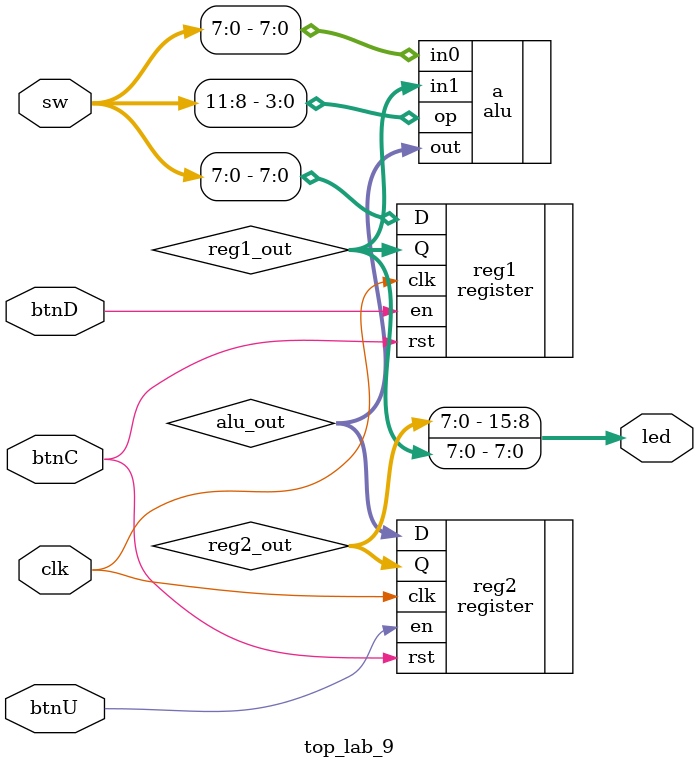
<source format=sv>
`timescale 1ns / 1ps


module top_lab_9(

    input btnU, btnD, btnC, clk,
    input [11:0]sw,
    output [15:0]led
);
    wire [7:0]reg1_out, reg2_out, alu_out;
    
    register #(.N(8)) reg1(.clk(clk), .rst(btnC), .en(btnD), .D(sw[7:0]), .Q(reg1_out));
    alu #(.N(8)) a(.in0(sw[7:0]), .in1(reg1_out), .op(sw[11:8]), .out(alu_out));
    register #(.N(8)) reg2(.clk(clk), .rst(btnC), .en(btnU), .D(alu_out), .Q(reg2_out));
    
    assign led [7:0] = reg1_out; 
    assign led [15:8] = reg2_out;
endmodule

</source>
